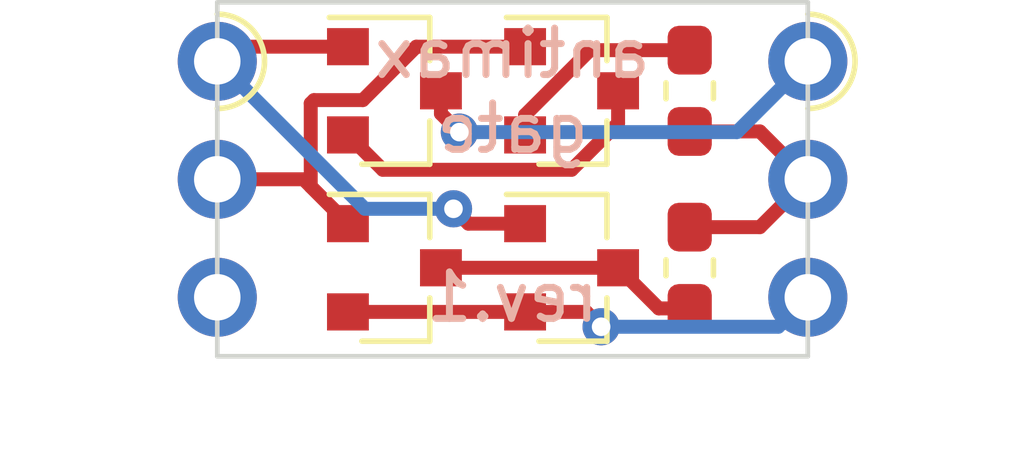
<source format=kicad_pcb>
(kicad_pcb (version 20171130) (host pcbnew 5.1.6)

  (general
    (thickness 1.6)
    (drawings 6)
    (tracks 43)
    (zones 0)
    (modules 8)
    (nets 10)
  )

  (page A4)
  (layers
    (0 F.Cu signal)
    (31 B.Cu signal)
    (32 B.Adhes user)
    (33 F.Adhes user)
    (34 B.Paste user)
    (35 F.Paste user)
    (36 B.SilkS user)
    (37 F.SilkS user)
    (38 B.Mask user)
    (39 F.Mask user)
    (40 Dwgs.User user)
    (41 Cmts.User user)
    (42 Eco1.User user)
    (43 Eco2.User user)
    (44 Edge.Cuts user)
    (45 Margin user)
    (46 B.CrtYd user)
    (47 F.CrtYd user)
    (48 B.Fab user)
    (49 F.Fab user)
  )

  (setup
    (last_trace_width 0.25)
    (user_trace_width 0.3)
    (trace_clearance 0.2)
    (zone_clearance 0.508)
    (zone_45_only no)
    (trace_min 0.2)
    (via_size 0.8)
    (via_drill 0.4)
    (via_min_size 0.4)
    (via_min_drill 0.3)
    (uvia_size 0.3)
    (uvia_drill 0.1)
    (uvias_allowed no)
    (uvia_min_size 0.2)
    (uvia_min_drill 0.1)
    (edge_width 0.05)
    (segment_width 0.2)
    (pcb_text_width 0.3)
    (pcb_text_size 1.5 1.5)
    (mod_edge_width 0.12)
    (mod_text_size 1 1)
    (mod_text_width 0.15)
    (pad_size 1.524 1.524)
    (pad_drill 0.762)
    (pad_to_mask_clearance 0.05)
    (aux_axis_origin 0 0)
    (visible_elements FFFFFF7F)
    (pcbplotparams
      (layerselection 0x010fc_ffffffff)
      (usegerberextensions false)
      (usegerberattributes true)
      (usegerberadvancedattributes true)
      (creategerberjobfile true)
      (excludeedgelayer true)
      (linewidth 0.100000)
      (plotframeref false)
      (viasonmask false)
      (mode 1)
      (useauxorigin false)
      (hpglpennumber 1)
      (hpglpenspeed 20)
      (hpglpendiameter 15.000000)
      (psnegative false)
      (psa4output false)
      (plotreference true)
      (plotvalue true)
      (plotinvisibletext false)
      (padsonsilk false)
      (subtractmaskfromsilk false)
      (outputformat 1)
      (mirror false)
      (drillshape 0)
      (scaleselection 1)
      (outputdirectory ""))
  )

  (net 0 "")
  (net 1 Vss)
  (net 2 Out)
  (net 3 B)
  (net 4 Vdd)
  (net 5 A)
  (net 6 "Net-(Q1-Pad3)")
  (net 7 "Net-(Q2-Pad2)")
  (net 8 "Net-(Q3-Pad2)")
  (net 9 "Net-(J1-Pad3)")

  (net_class Default "This is the default net class."
    (clearance 0.2)
    (trace_width 0.25)
    (via_dia 0.8)
    (via_drill 0.4)
    (uvia_dia 0.3)
    (uvia_drill 0.1)
    (add_net A)
    (add_net B)
    (add_net "Net-(J1-Pad3)")
    (add_net "Net-(Q1-Pad3)")
    (add_net "Net-(Q2-Pad2)")
    (add_net "Net-(Q3-Pad2)")
    (add_net Out)
    (add_net Vdd)
    (add_net Vss)
  )

  (module Castellation:Edge_Castellation_1x03_P2.54 (layer F.Cu) (tedit 5FED63D6) (tstamp 5FE29D0C)
    (at 97.155 55.245)
    (descr "Edge Castellation, 1x03, 2.54mm pitch, single row")
    (tags "Castellation Edge 1x03 2.54mm single row")
    (path /5FE24834)
    (fp_text reference J1 (at 0 -2.54) (layer F.SilkS) hide
      (effects (font (size 1 1) (thickness 0.15)))
    )
    (fp_text value Conn_01x03 (at 0 7.85) (layer F.Fab)
      (effects (font (size 1 1) (thickness 0.15)))
    )
    (fp_text user %R (at 0 2.54 90) (layer F.Fab)
      (effects (font (size 1 1) (thickness 0.15)))
    )
    (fp_arc (start 0 0) (end 0 1.016) (angle -180) (layer F.SilkS) (width 0.12))
    (fp_line (start -1.27 -1.27) (end 0.635 -1.27) (layer F.Fab) (width 0.1))
    (fp_line (start 0.635 -1.27) (end 1.27 -0.635) (layer F.Fab) (width 0.1))
    (fp_line (start 1.27 -0.635) (end 1.27 6.35) (layer F.Fab) (width 0.1))
    (fp_line (start 1.27 6.35) (end -1.27 6.35) (layer F.Fab) (width 0.1))
    (fp_line (start -1.27 6.35) (end -1.27 -1.27) (layer F.Fab) (width 0.1))
    (pad 1 thru_hole oval (at 0 0) (size 1.7 1.7) (drill 1) (layers *.Cu *.Mask)
      (net 5 A))
    (pad 2 thru_hole oval (at 0 2.54) (size 1.7 1.7) (drill 1) (layers *.Cu *.Mask)
      (net 3 B))
    (pad 3 thru_hole oval (at 0 5.08) (size 1.7 1.7) (drill 1) (layers *.Cu *.Mask)
      (net 9 "Net-(J1-Pad3)"))
  )

  (module Castellation:Edge_Castellation_1x03_P2.54 (layer F.Cu) (tedit 5FED63D6) (tstamp 5FE29D1E)
    (at 109.855 55.245)
    (descr "Edge Castellation, 1x03, 2.54mm pitch, single row")
    (tags "Castellation Edge 1x03 2.54mm single row")
    (path /5FE25C8C)
    (fp_text reference J2 (at 0 -2.54) (layer F.SilkS) hide
      (effects (font (size 1 1) (thickness 0.15)))
    )
    (fp_text value Conn_01x03 (at 0 7.85) (layer F.Fab)
      (effects (font (size 1 1) (thickness 0.15)))
    )
    (fp_text user %R (at 0 2.54 90) (layer F.Fab)
      (effects (font (size 1 1) (thickness 0.15)))
    )
    (fp_arc (start 0 0) (end 0 1.016) (angle -180) (layer F.SilkS) (width 0.12))
    (fp_line (start -1.27 -1.27) (end 0.635 -1.27) (layer F.Fab) (width 0.1))
    (fp_line (start 0.635 -1.27) (end 1.27 -0.635) (layer F.Fab) (width 0.1))
    (fp_line (start 1.27 -0.635) (end 1.27 6.35) (layer F.Fab) (width 0.1))
    (fp_line (start 1.27 6.35) (end -1.27 6.35) (layer F.Fab) (width 0.1))
    (fp_line (start -1.27 6.35) (end -1.27 -1.27) (layer F.Fab) (width 0.1))
    (pad 1 thru_hole oval (at 0 0) (size 1.7 1.7) (drill 1) (layers *.Cu *.Mask)
      (net 4 Vdd))
    (pad 2 thru_hole oval (at 0 2.54) (size 1.7 1.7) (drill 1) (layers *.Cu *.Mask)
      (net 2 Out))
    (pad 3 thru_hole oval (at 0 5.08) (size 1.7 1.7) (drill 1) (layers *.Cu *.Mask)
      (net 1 Vss))
  )

  (module Resistor_SMD:R_0603_1608Metric_Pad1.05x0.95mm_HandSolder (layer F.Cu) (tedit 5B301BBD) (tstamp 5FE29D94)
    (at 107.315 59.69 270)
    (descr "Resistor SMD 0603 (1608 Metric), square (rectangular) end terminal, IPC_7351 nominal with elongated pad for handsoldering. (Body size source: http://www.tortai-tech.com/upload/download/2011102023233369053.pdf), generated with kicad-footprint-generator")
    (tags "resistor handsolder")
    (path /5FE26934)
    (attr smd)
    (fp_text reference R2 (at 0 -1.43 90) (layer F.SilkS) hide
      (effects (font (size 1 1) (thickness 0.15)))
    )
    (fp_text value 12k (at 0 1.43 90) (layer F.Fab)
      (effects (font (size 1 1) (thickness 0.15)))
    )
    (fp_line (start 1.65 0.73) (end -1.65 0.73) (layer F.CrtYd) (width 0.05))
    (fp_line (start 1.65 -0.73) (end 1.65 0.73) (layer F.CrtYd) (width 0.05))
    (fp_line (start -1.65 -0.73) (end 1.65 -0.73) (layer F.CrtYd) (width 0.05))
    (fp_line (start -1.65 0.73) (end -1.65 -0.73) (layer F.CrtYd) (width 0.05))
    (fp_line (start -0.171267 0.51) (end 0.171267 0.51) (layer F.SilkS) (width 0.12))
    (fp_line (start -0.171267 -0.51) (end 0.171267 -0.51) (layer F.SilkS) (width 0.12))
    (fp_line (start 0.8 0.4) (end -0.8 0.4) (layer F.Fab) (width 0.1))
    (fp_line (start 0.8 -0.4) (end 0.8 0.4) (layer F.Fab) (width 0.1))
    (fp_line (start -0.8 -0.4) (end 0.8 -0.4) (layer F.Fab) (width 0.1))
    (fp_line (start -0.8 0.4) (end -0.8 -0.4) (layer F.Fab) (width 0.1))
    (fp_text user %R (at 0 0 90) (layer F.Fab)
      (effects (font (size 0.4 0.4) (thickness 0.06)))
    )
    (pad 2 smd roundrect (at 0.875 0 270) (size 1.05 0.95) (layers F.Cu F.Paste F.Mask) (roundrect_rratio 0.25)
      (net 6 "Net-(Q1-Pad3)"))
    (pad 1 smd roundrect (at -0.875 0 270) (size 1.05 0.95) (layers F.Cu F.Paste F.Mask) (roundrect_rratio 0.25)
      (net 2 Out))
    (model ${KISYS3DMOD}/Resistor_SMD.3dshapes/R_0603_1608Metric.wrl
      (at (xyz 0 0 0))
      (scale (xyz 1 1 1))
      (rotate (xyz 0 0 0))
    )
  )

  (module Resistor_SMD:R_0603_1608Metric_Pad1.05x0.95mm_HandSolder (layer F.Cu) (tedit 5B301BBD) (tstamp 5FE29D83)
    (at 107.315 55.88 270)
    (descr "Resistor SMD 0603 (1608 Metric), square (rectangular) end terminal, IPC_7351 nominal with elongated pad for handsoldering. (Body size source: http://www.tortai-tech.com/upload/download/2011102023233369053.pdf), generated with kicad-footprint-generator")
    (tags "resistor handsolder")
    (path /5FDF3FD0)
    (attr smd)
    (fp_text reference R1 (at 0 -1.43 90) (layer F.SilkS) hide
      (effects (font (size 1 1) (thickness 0.15)))
    )
    (fp_text value 12k (at 0 1.43 90) (layer F.Fab)
      (effects (font (size 1 1) (thickness 0.15)))
    )
    (fp_line (start 1.65 0.73) (end -1.65 0.73) (layer F.CrtYd) (width 0.05))
    (fp_line (start 1.65 -0.73) (end 1.65 0.73) (layer F.CrtYd) (width 0.05))
    (fp_line (start -1.65 -0.73) (end 1.65 -0.73) (layer F.CrtYd) (width 0.05))
    (fp_line (start -1.65 0.73) (end -1.65 -0.73) (layer F.CrtYd) (width 0.05))
    (fp_line (start -0.171267 0.51) (end 0.171267 0.51) (layer F.SilkS) (width 0.12))
    (fp_line (start -0.171267 -0.51) (end 0.171267 -0.51) (layer F.SilkS) (width 0.12))
    (fp_line (start 0.8 0.4) (end -0.8 0.4) (layer F.Fab) (width 0.1))
    (fp_line (start 0.8 -0.4) (end 0.8 0.4) (layer F.Fab) (width 0.1))
    (fp_line (start -0.8 -0.4) (end 0.8 -0.4) (layer F.Fab) (width 0.1))
    (fp_line (start -0.8 0.4) (end -0.8 -0.4) (layer F.Fab) (width 0.1))
    (fp_text user %R (at 0 0 90) (layer F.Fab)
      (effects (font (size 0.4 0.4) (thickness 0.06)))
    )
    (pad 2 smd roundrect (at 0.875 0 270) (size 1.05 0.95) (layers F.Cu F.Paste F.Mask) (roundrect_rratio 0.25)
      (net 2 Out))
    (pad 1 smd roundrect (at -0.875 0 270) (size 1.05 0.95) (layers F.Cu F.Paste F.Mask) (roundrect_rratio 0.25)
      (net 8 "Net-(Q3-Pad2)"))
    (model ${KISYS3DMOD}/Resistor_SMD.3dshapes/R_0603_1608Metric.wrl
      (at (xyz 0 0 0))
      (scale (xyz 1 1 1))
      (rotate (xyz 0 0 0))
    )
  )

  (module Package_TO_SOT_SMD:SOT-23 (layer F.Cu) (tedit 5A02FF57) (tstamp 5FE29D72)
    (at 104.775 59.69)
    (descr "SOT-23, Standard")
    (tags SOT-23)
    (path /5FE1F5E9)
    (attr smd)
    (fp_text reference Q4 (at 0 -2.5) (layer F.SilkS) hide
      (effects (font (size 1 1) (thickness 0.15)))
    )
    (fp_text value 2N7002 (at 0 2.5) (layer F.Fab)
      (effects (font (size 1 1) (thickness 0.15)))
    )
    (fp_line (start 0.76 1.58) (end -0.7 1.58) (layer F.SilkS) (width 0.12))
    (fp_line (start 0.76 -1.58) (end -1.4 -1.58) (layer F.SilkS) (width 0.12))
    (fp_line (start -1.7 1.75) (end -1.7 -1.75) (layer F.CrtYd) (width 0.05))
    (fp_line (start 1.7 1.75) (end -1.7 1.75) (layer F.CrtYd) (width 0.05))
    (fp_line (start 1.7 -1.75) (end 1.7 1.75) (layer F.CrtYd) (width 0.05))
    (fp_line (start -1.7 -1.75) (end 1.7 -1.75) (layer F.CrtYd) (width 0.05))
    (fp_line (start 0.76 -1.58) (end 0.76 -0.65) (layer F.SilkS) (width 0.12))
    (fp_line (start 0.76 1.58) (end 0.76 0.65) (layer F.SilkS) (width 0.12))
    (fp_line (start -0.7 1.52) (end 0.7 1.52) (layer F.Fab) (width 0.1))
    (fp_line (start 0.7 -1.52) (end 0.7 1.52) (layer F.Fab) (width 0.1))
    (fp_line (start -0.7 -0.95) (end -0.15 -1.52) (layer F.Fab) (width 0.1))
    (fp_line (start -0.15 -1.52) (end 0.7 -1.52) (layer F.Fab) (width 0.1))
    (fp_line (start -0.7 -0.95) (end -0.7 1.5) (layer F.Fab) (width 0.1))
    (fp_text user %R (at 0 0 90) (layer F.Fab)
      (effects (font (size 0.5 0.5) (thickness 0.075)))
    )
    (pad 3 smd rect (at 1 0) (size 0.9 0.8) (layers F.Cu F.Paste F.Mask)
      (net 6 "Net-(Q1-Pad3)"))
    (pad 2 smd rect (at -1 0.95) (size 0.9 0.8) (layers F.Cu F.Paste F.Mask)
      (net 1 Vss))
    (pad 1 smd rect (at -1 -0.95) (size 0.9 0.8) (layers F.Cu F.Paste F.Mask)
      (net 5 A))
    (model ${KISYS3DMOD}/Package_TO_SOT_SMD.3dshapes/SOT-23.wrl
      (at (xyz 0 0 0))
      (scale (xyz 1 1 1))
      (rotate (xyz 0 0 0))
    )
  )

  (module Package_TO_SOT_SMD:SOT-23 (layer F.Cu) (tedit 5A02FF57) (tstamp 5FE29D5D)
    (at 104.775 55.88)
    (descr "SOT-23, Standard")
    (tags SOT-23)
    (path /5FE1ECAA)
    (attr smd)
    (fp_text reference Q3 (at 0 -2.5) (layer F.SilkS) hide
      (effects (font (size 1 1) (thickness 0.15)))
    )
    (fp_text value BSS84 (at 0 2.5) (layer F.Fab)
      (effects (font (size 1 1) (thickness 0.15)))
    )
    (fp_line (start 0.76 1.58) (end -0.7 1.58) (layer F.SilkS) (width 0.12))
    (fp_line (start 0.76 -1.58) (end -1.4 -1.58) (layer F.SilkS) (width 0.12))
    (fp_line (start -1.7 1.75) (end -1.7 -1.75) (layer F.CrtYd) (width 0.05))
    (fp_line (start 1.7 1.75) (end -1.7 1.75) (layer F.CrtYd) (width 0.05))
    (fp_line (start 1.7 -1.75) (end 1.7 1.75) (layer F.CrtYd) (width 0.05))
    (fp_line (start -1.7 -1.75) (end 1.7 -1.75) (layer F.CrtYd) (width 0.05))
    (fp_line (start 0.76 -1.58) (end 0.76 -0.65) (layer F.SilkS) (width 0.12))
    (fp_line (start 0.76 1.58) (end 0.76 0.65) (layer F.SilkS) (width 0.12))
    (fp_line (start -0.7 1.52) (end 0.7 1.52) (layer F.Fab) (width 0.1))
    (fp_line (start 0.7 -1.52) (end 0.7 1.52) (layer F.Fab) (width 0.1))
    (fp_line (start -0.7 -0.95) (end -0.15 -1.52) (layer F.Fab) (width 0.1))
    (fp_line (start -0.15 -1.52) (end 0.7 -1.52) (layer F.Fab) (width 0.1))
    (fp_line (start -0.7 -0.95) (end -0.7 1.5) (layer F.Fab) (width 0.1))
    (fp_text user %R (at 0 0 90) (layer F.Fab)
      (effects (font (size 0.5 0.5) (thickness 0.075)))
    )
    (pad 3 smd rect (at 1 0) (size 0.9 0.8) (layers F.Cu F.Paste F.Mask)
      (net 7 "Net-(Q2-Pad2)"))
    (pad 2 smd rect (at -1 0.95) (size 0.9 0.8) (layers F.Cu F.Paste F.Mask)
      (net 8 "Net-(Q3-Pad2)"))
    (pad 1 smd rect (at -1 -0.95) (size 0.9 0.8) (layers F.Cu F.Paste F.Mask)
      (net 3 B))
    (model ${KISYS3DMOD}/Package_TO_SOT_SMD.3dshapes/SOT-23.wrl
      (at (xyz 0 0 0))
      (scale (xyz 1 1 1))
      (rotate (xyz 0 0 0))
    )
  )

  (module Package_TO_SOT_SMD:SOT-23 (layer F.Cu) (tedit 5A02FF57) (tstamp 5FE29D48)
    (at 100.965 55.88)
    (descr "SOT-23, Standard")
    (tags SOT-23)
    (path /5FE1D204)
    (attr smd)
    (fp_text reference Q2 (at 0 -2.5) (layer F.SilkS) hide
      (effects (font (size 1 1) (thickness 0.15)))
    )
    (fp_text value BSS84 (at 0 2.5) (layer F.Fab)
      (effects (font (size 1 1) (thickness 0.15)))
    )
    (fp_line (start 0.76 1.58) (end -0.7 1.58) (layer F.SilkS) (width 0.12))
    (fp_line (start 0.76 -1.58) (end -1.4 -1.58) (layer F.SilkS) (width 0.12))
    (fp_line (start -1.7 1.75) (end -1.7 -1.75) (layer F.CrtYd) (width 0.05))
    (fp_line (start 1.7 1.75) (end -1.7 1.75) (layer F.CrtYd) (width 0.05))
    (fp_line (start 1.7 -1.75) (end 1.7 1.75) (layer F.CrtYd) (width 0.05))
    (fp_line (start -1.7 -1.75) (end 1.7 -1.75) (layer F.CrtYd) (width 0.05))
    (fp_line (start 0.76 -1.58) (end 0.76 -0.65) (layer F.SilkS) (width 0.12))
    (fp_line (start 0.76 1.58) (end 0.76 0.65) (layer F.SilkS) (width 0.12))
    (fp_line (start -0.7 1.52) (end 0.7 1.52) (layer F.Fab) (width 0.1))
    (fp_line (start 0.7 -1.52) (end 0.7 1.52) (layer F.Fab) (width 0.1))
    (fp_line (start -0.7 -0.95) (end -0.15 -1.52) (layer F.Fab) (width 0.1))
    (fp_line (start -0.15 -1.52) (end 0.7 -1.52) (layer F.Fab) (width 0.1))
    (fp_line (start -0.7 -0.95) (end -0.7 1.5) (layer F.Fab) (width 0.1))
    (fp_text user %R (at 0 0 90) (layer F.Fab)
      (effects (font (size 0.5 0.5) (thickness 0.075)))
    )
    (pad 3 smd rect (at 1 0) (size 0.9 0.8) (layers F.Cu F.Paste F.Mask)
      (net 4 Vdd))
    (pad 2 smd rect (at -1 0.95) (size 0.9 0.8) (layers F.Cu F.Paste F.Mask)
      (net 7 "Net-(Q2-Pad2)"))
    (pad 1 smd rect (at -1 -0.95) (size 0.9 0.8) (layers F.Cu F.Paste F.Mask)
      (net 5 A))
    (model ${KISYS3DMOD}/Package_TO_SOT_SMD.3dshapes/SOT-23.wrl
      (at (xyz 0 0 0))
      (scale (xyz 1 1 1))
      (rotate (xyz 0 0 0))
    )
  )

  (module Package_TO_SOT_SMD:SOT-23 (layer F.Cu) (tedit 5A02FF57) (tstamp 5FE29D33)
    (at 100.965 59.69)
    (descr "SOT-23, Standard")
    (tags SOT-23)
    (path /5FE2166E)
    (attr smd)
    (fp_text reference Q1 (at 0 -2.5) (layer F.SilkS) hide
      (effects (font (size 1 1) (thickness 0.15)))
    )
    (fp_text value 2N7002 (at 0 2.5) (layer F.Fab)
      (effects (font (size 1 1) (thickness 0.15)))
    )
    (fp_line (start 0.76 1.58) (end -0.7 1.58) (layer F.SilkS) (width 0.12))
    (fp_line (start 0.76 -1.58) (end -1.4 -1.58) (layer F.SilkS) (width 0.12))
    (fp_line (start -1.7 1.75) (end -1.7 -1.75) (layer F.CrtYd) (width 0.05))
    (fp_line (start 1.7 1.75) (end -1.7 1.75) (layer F.CrtYd) (width 0.05))
    (fp_line (start 1.7 -1.75) (end 1.7 1.75) (layer F.CrtYd) (width 0.05))
    (fp_line (start -1.7 -1.75) (end 1.7 -1.75) (layer F.CrtYd) (width 0.05))
    (fp_line (start 0.76 -1.58) (end 0.76 -0.65) (layer F.SilkS) (width 0.12))
    (fp_line (start 0.76 1.58) (end 0.76 0.65) (layer F.SilkS) (width 0.12))
    (fp_line (start -0.7 1.52) (end 0.7 1.52) (layer F.Fab) (width 0.1))
    (fp_line (start 0.7 -1.52) (end 0.7 1.52) (layer F.Fab) (width 0.1))
    (fp_line (start -0.7 -0.95) (end -0.15 -1.52) (layer F.Fab) (width 0.1))
    (fp_line (start -0.15 -1.52) (end 0.7 -1.52) (layer F.Fab) (width 0.1))
    (fp_line (start -0.7 -0.95) (end -0.7 1.5) (layer F.Fab) (width 0.1))
    (fp_text user %R (at 0 0 90) (layer F.Fab)
      (effects (font (size 0.5 0.5) (thickness 0.075)))
    )
    (pad 3 smd rect (at 1 0) (size 0.9 0.8) (layers F.Cu F.Paste F.Mask)
      (net 6 "Net-(Q1-Pad3)"))
    (pad 2 smd rect (at -1 0.95) (size 0.9 0.8) (layers F.Cu F.Paste F.Mask)
      (net 1 Vss))
    (pad 1 smd rect (at -1 -0.95) (size 0.9 0.8) (layers F.Cu F.Paste F.Mask)
      (net 3 B))
    (model ${KISYS3DMOD}/Package_TO_SOT_SMD.3dshapes/SOT-23.wrl
      (at (xyz 0 0 0))
      (scale (xyz 1 1 1))
      (rotate (xyz 0 0 0))
    )
  )

  (gr_text "rev.1\n" (at 103.505 60.325) (layer B.SilkS)
    (effects (font (size 1 1) (thickness 0.15)) (justify mirror))
  )
  (gr_text "antimax\ngate\n" (at 103.505 55.88) (layer B.SilkS)
    (effects (font (size 1 1) (thickness 0.15)) (justify mirror))
  )
  (gr_line (start 109.855 53.975) (end 109.855 61.595) (layer Edge.Cuts) (width 0.1))
  (gr_line (start 97.155 53.975) (end 109.855 53.975) (layer Edge.Cuts) (width 0.1))
  (gr_line (start 97.155 61.595) (end 97.155 53.975) (layer Edge.Cuts) (width 0.1))
  (gr_line (start 109.855 61.595) (end 97.155 61.595) (layer Edge.Cuts) (width 0.1))

  (segment (start 99.965 60.64) (end 103.775 60.64) (width 0.3) (layer F.Cu) (net 1))
  (segment (start 103.775 60.64) (end 105.09 60.64) (width 0.3) (layer F.Cu) (net 1))
  (segment (start 105.09 60.64) (end 105.41 60.96) (width 0.3) (layer F.Cu) (net 1))
  (segment (start 105.41 60.96) (end 105.41 60.96) (width 0.3) (layer F.Cu) (net 1) (tstamp 5FE2A494))
  (via (at 105.41 60.96) (size 0.8) (drill 0.4) (layers F.Cu B.Cu) (net 1) (status 1000000))
  (segment (start 105.41 60.96) (end 109.22 60.96) (width 0.3) (layer B.Cu) (net 1) (status 1000000))
  (segment (start 109.22 60.96) (end 109.855 60.325) (width 0.3) (layer B.Cu) (net 1) (status 1000000))
  (segment (start 108.825 58.815) (end 109.855 57.785) (width 0.3) (layer F.Cu) (net 2))
  (segment (start 107.315 58.815) (end 108.825 58.815) (width 0.3) (layer F.Cu) (net 2))
  (segment (start 108.825 56.755) (end 109.855 57.785) (width 0.3) (layer F.Cu) (net 2) (status 1000000))
  (segment (start 107.315 56.755) (end 108.825 56.755) (width 0.3) (layer F.Cu) (net 2))
  (segment (start 99.164999 57.939999) (end 99.965 58.74) (width 0.3) (layer F.Cu) (net 3))
  (segment (start 99.164999 56.149999) (end 99.164999 57.939999) (width 0.3) (layer F.Cu) (net 3))
  (segment (start 99.234999 56.079999) (end 99.164999 56.149999) (width 0.3) (layer F.Cu) (net 3))
  (segment (start 100.284999 56.079999) (end 99.234999 56.079999) (width 0.3) (layer F.Cu) (net 3))
  (segment (start 101.434998 54.93) (end 100.284999 56.079999) (width 0.3) (layer F.Cu) (net 3))
  (segment (start 103.775 54.93) (end 101.434998 54.93) (width 0.3) (layer F.Cu) (net 3))
  (segment (start 99.01 57.785) (end 99.965 58.74) (width 0.3) (layer F.Cu) (net 3))
  (segment (start 97.155 57.785) (end 99.01 57.785) (width 0.3) (layer F.Cu) (net 3))
  (segment (start 101.965 55.88) (end 101.965 56.372) (width 0.3) (layer F.Cu) (net 4))
  (segment (start 101.965 56.372) (end 102.362 56.769) (width 0.3) (layer F.Cu) (net 4))
  (segment (start 102.362 56.769) (end 102.362 56.769) (width 0.3) (layer F.Cu) (net 4) (tstamp 5FE2A4FD))
  (via (at 102.362 56.769) (size 0.8) (drill 0.4) (layers F.Cu B.Cu) (net 4) (status 1000000))
  (segment (start 102.362 56.769) (end 108.331 56.769) (width 0.3) (layer B.Cu) (net 4) (status 1000000))
  (segment (start 108.331 56.769) (end 109.855 55.245) (width 0.3) (layer B.Cu) (net 4) (status 1000000))
  (segment (start 97.47 54.93) (end 97.155 55.245) (width 0.3) (layer F.Cu) (net 5))
  (segment (start 103.775 58.74) (end 102.555 58.74) (width 0.3) (layer F.Cu) (net 5))
  (segment (start 102.555 58.74) (end 102.235 58.42) (width 0.3) (layer F.Cu) (net 5))
  (segment (start 102.235 58.42) (end 102.235 58.42) (width 0.3) (layer F.Cu) (net 5) (tstamp 5FE2A471))
  (segment (start 99.965 54.93) (end 97.47 54.93) (width 0.3) (layer F.Cu) (net 5))
  (segment (start 102.235 58.42) (end 100.33 58.42) (width 0.3) (layer B.Cu) (net 5) (status 1000000))
  (via (at 102.235 58.42) (size 0.8) (drill 0.4) (layers F.Cu B.Cu) (net 5) (status 1000000))
  (segment (start 100.33 58.42) (end 97.155 55.245) (width 0.3) (layer B.Cu) (net 5) (status 1000000))
  (segment (start 106.65 60.565) (end 105.775 59.69) (width 0.3) (layer F.Cu) (net 6))
  (segment (start 107.315 60.565) (end 106.65 60.565) (width 0.3) (layer F.Cu) (net 6))
  (segment (start 105.775 59.69) (end 101.965 59.69) (width 0.3) (layer F.Cu) (net 6))
  (segment (start 100.715001 57.580001) (end 104.774999 57.580001) (width 0.3) (layer F.Cu) (net 7))
  (segment (start 105.775 56.58) (end 105.775 55.88) (width 0.3) (layer F.Cu) (net 7))
  (segment (start 99.965 56.83) (end 100.715001 57.580001) (width 0.3) (layer F.Cu) (net 7))
  (segment (start 104.774999 57.580001) (end 105.775 56.58) (width 0.3) (layer F.Cu) (net 7))
  (segment (start 105.169998 55.005) (end 107.315 55.005) (width 0.3) (layer F.Cu) (net 8))
  (segment (start 103.775 56.399998) (end 105.169998 55.005) (width 0.3) (layer F.Cu) (net 8))
  (segment (start 103.775 56.83) (end 103.775 56.399998) (width 0.3) (layer F.Cu) (net 8))

)

</source>
